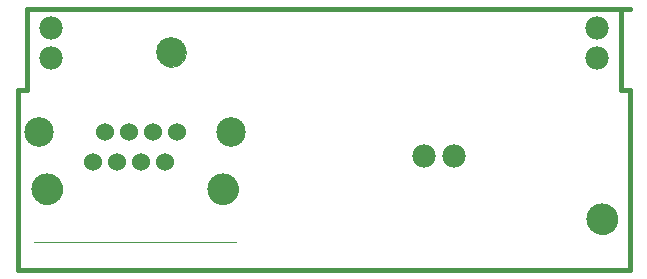
<source format=gbs>
G75*
%MOIN*%
%OFA0B0*%
%FSLAX25Y25*%
%IPPOS*%
%LPD*%
%AMOC8*
5,1,8,0,0,1.08239X$1,22.5*
%
%ADD10C,0.01600*%
%ADD11C,0.00000*%
%ADD12C,0.10400*%
%ADD13C,0.09900*%
%ADD14C,0.06000*%
%ADD15C,0.09849*%
%ADD16C,0.10439*%
%ADD17C,0.07800*%
D10*
X0001800Y0001800D02*
X0205800Y0001800D01*
X0205800Y0061800D01*
X0202800Y0061800D01*
X0202800Y0088800D01*
X0205800Y0088800D01*
X0202800Y0088800D02*
X0004800Y0088800D01*
X0004800Y0061800D01*
X0001800Y0061800D01*
X0001800Y0001800D01*
D11*
X0007209Y0011005D02*
X0074391Y0011005D01*
X0065071Y0028800D02*
X0065073Y0028941D01*
X0065079Y0029083D01*
X0065089Y0029224D01*
X0065103Y0029365D01*
X0065121Y0029505D01*
X0065143Y0029645D01*
X0065168Y0029784D01*
X0065198Y0029922D01*
X0065232Y0030059D01*
X0065269Y0030196D01*
X0065310Y0030331D01*
X0065355Y0030465D01*
X0065404Y0030598D01*
X0065457Y0030729D01*
X0065513Y0030859D01*
X0065573Y0030987D01*
X0065636Y0031114D01*
X0065703Y0031238D01*
X0065773Y0031361D01*
X0065847Y0031481D01*
X0065924Y0031600D01*
X0066005Y0031716D01*
X0066089Y0031830D01*
X0066176Y0031942D01*
X0066266Y0032051D01*
X0066359Y0032157D01*
X0066455Y0032261D01*
X0066554Y0032362D01*
X0066656Y0032460D01*
X0066760Y0032556D01*
X0066867Y0032648D01*
X0066977Y0032737D01*
X0067089Y0032824D01*
X0067204Y0032907D01*
X0067320Y0032986D01*
X0067439Y0033063D01*
X0067561Y0033136D01*
X0067684Y0033205D01*
X0067809Y0033271D01*
X0067936Y0033334D01*
X0068064Y0033393D01*
X0068194Y0033448D01*
X0068326Y0033500D01*
X0068459Y0033547D01*
X0068594Y0033591D01*
X0068729Y0033632D01*
X0068866Y0033668D01*
X0069004Y0033701D01*
X0069142Y0033729D01*
X0069281Y0033754D01*
X0069421Y0033775D01*
X0069562Y0033792D01*
X0069702Y0033805D01*
X0069844Y0033814D01*
X0069985Y0033819D01*
X0070126Y0033820D01*
X0070268Y0033817D01*
X0070409Y0033810D01*
X0070550Y0033799D01*
X0070691Y0033784D01*
X0070831Y0033765D01*
X0070970Y0033742D01*
X0071109Y0033716D01*
X0071247Y0033685D01*
X0071385Y0033650D01*
X0071521Y0033612D01*
X0071656Y0033570D01*
X0071789Y0033524D01*
X0071922Y0033474D01*
X0072053Y0033421D01*
X0072182Y0033364D01*
X0072310Y0033303D01*
X0072436Y0033239D01*
X0072560Y0033171D01*
X0072682Y0033100D01*
X0072802Y0033025D01*
X0072920Y0032947D01*
X0073036Y0032865D01*
X0073149Y0032781D01*
X0073260Y0032693D01*
X0073369Y0032602D01*
X0073474Y0032508D01*
X0073578Y0032412D01*
X0073678Y0032312D01*
X0073775Y0032210D01*
X0073870Y0032104D01*
X0073962Y0031997D01*
X0074050Y0031886D01*
X0074136Y0031774D01*
X0074218Y0031658D01*
X0074297Y0031541D01*
X0074372Y0031421D01*
X0074444Y0031300D01*
X0074513Y0031176D01*
X0074578Y0031051D01*
X0074640Y0030923D01*
X0074698Y0030794D01*
X0074752Y0030664D01*
X0074803Y0030532D01*
X0074850Y0030398D01*
X0074893Y0030264D01*
X0074932Y0030128D01*
X0074968Y0029991D01*
X0074999Y0029853D01*
X0075027Y0029714D01*
X0075051Y0029575D01*
X0075071Y0029435D01*
X0075087Y0029294D01*
X0075099Y0029153D01*
X0075107Y0029012D01*
X0075111Y0028871D01*
X0075111Y0028729D01*
X0075107Y0028588D01*
X0075099Y0028447D01*
X0075087Y0028306D01*
X0075071Y0028165D01*
X0075051Y0028025D01*
X0075027Y0027886D01*
X0074999Y0027747D01*
X0074968Y0027609D01*
X0074932Y0027472D01*
X0074893Y0027336D01*
X0074850Y0027202D01*
X0074803Y0027068D01*
X0074752Y0026936D01*
X0074698Y0026806D01*
X0074640Y0026677D01*
X0074578Y0026549D01*
X0074513Y0026424D01*
X0074444Y0026300D01*
X0074372Y0026179D01*
X0074297Y0026059D01*
X0074218Y0025942D01*
X0074136Y0025826D01*
X0074050Y0025714D01*
X0073962Y0025603D01*
X0073870Y0025496D01*
X0073775Y0025390D01*
X0073678Y0025288D01*
X0073578Y0025188D01*
X0073474Y0025092D01*
X0073369Y0024998D01*
X0073260Y0024907D01*
X0073149Y0024819D01*
X0073036Y0024735D01*
X0072920Y0024653D01*
X0072802Y0024575D01*
X0072682Y0024500D01*
X0072560Y0024429D01*
X0072436Y0024361D01*
X0072310Y0024297D01*
X0072182Y0024236D01*
X0072053Y0024179D01*
X0071922Y0024126D01*
X0071789Y0024076D01*
X0071656Y0024030D01*
X0071521Y0023988D01*
X0071385Y0023950D01*
X0071247Y0023915D01*
X0071109Y0023884D01*
X0070970Y0023858D01*
X0070831Y0023835D01*
X0070691Y0023816D01*
X0070550Y0023801D01*
X0070409Y0023790D01*
X0070268Y0023783D01*
X0070126Y0023780D01*
X0069985Y0023781D01*
X0069844Y0023786D01*
X0069702Y0023795D01*
X0069562Y0023808D01*
X0069421Y0023825D01*
X0069281Y0023846D01*
X0069142Y0023871D01*
X0069004Y0023899D01*
X0068866Y0023932D01*
X0068729Y0023968D01*
X0068594Y0024009D01*
X0068459Y0024053D01*
X0068326Y0024100D01*
X0068194Y0024152D01*
X0068064Y0024207D01*
X0067936Y0024266D01*
X0067809Y0024329D01*
X0067684Y0024395D01*
X0067561Y0024464D01*
X0067439Y0024537D01*
X0067320Y0024614D01*
X0067204Y0024693D01*
X0067089Y0024776D01*
X0066977Y0024863D01*
X0066867Y0024952D01*
X0066760Y0025044D01*
X0066656Y0025140D01*
X0066554Y0025238D01*
X0066455Y0025339D01*
X0066359Y0025443D01*
X0066266Y0025549D01*
X0066176Y0025658D01*
X0066089Y0025770D01*
X0066005Y0025884D01*
X0065924Y0026000D01*
X0065847Y0026119D01*
X0065773Y0026239D01*
X0065703Y0026362D01*
X0065636Y0026486D01*
X0065573Y0026613D01*
X0065513Y0026741D01*
X0065457Y0026871D01*
X0065404Y0027002D01*
X0065355Y0027135D01*
X0065310Y0027269D01*
X0065269Y0027404D01*
X0065232Y0027541D01*
X0065198Y0027678D01*
X0065168Y0027816D01*
X0065143Y0027955D01*
X0065121Y0028095D01*
X0065103Y0028235D01*
X0065089Y0028376D01*
X0065079Y0028517D01*
X0065073Y0028659D01*
X0065071Y0028800D01*
X0006489Y0028800D02*
X0006491Y0028941D01*
X0006497Y0029083D01*
X0006507Y0029224D01*
X0006521Y0029365D01*
X0006539Y0029505D01*
X0006561Y0029645D01*
X0006586Y0029784D01*
X0006616Y0029922D01*
X0006650Y0030059D01*
X0006687Y0030196D01*
X0006728Y0030331D01*
X0006773Y0030465D01*
X0006822Y0030598D01*
X0006875Y0030729D01*
X0006931Y0030859D01*
X0006991Y0030987D01*
X0007054Y0031114D01*
X0007121Y0031238D01*
X0007191Y0031361D01*
X0007265Y0031481D01*
X0007342Y0031600D01*
X0007423Y0031716D01*
X0007507Y0031830D01*
X0007594Y0031942D01*
X0007684Y0032051D01*
X0007777Y0032157D01*
X0007873Y0032261D01*
X0007972Y0032362D01*
X0008074Y0032460D01*
X0008178Y0032556D01*
X0008285Y0032648D01*
X0008395Y0032737D01*
X0008507Y0032824D01*
X0008622Y0032907D01*
X0008738Y0032986D01*
X0008857Y0033063D01*
X0008979Y0033136D01*
X0009102Y0033205D01*
X0009227Y0033271D01*
X0009354Y0033334D01*
X0009482Y0033393D01*
X0009612Y0033448D01*
X0009744Y0033500D01*
X0009877Y0033547D01*
X0010012Y0033591D01*
X0010147Y0033632D01*
X0010284Y0033668D01*
X0010422Y0033701D01*
X0010560Y0033729D01*
X0010699Y0033754D01*
X0010839Y0033775D01*
X0010980Y0033792D01*
X0011120Y0033805D01*
X0011262Y0033814D01*
X0011403Y0033819D01*
X0011544Y0033820D01*
X0011686Y0033817D01*
X0011827Y0033810D01*
X0011968Y0033799D01*
X0012109Y0033784D01*
X0012249Y0033765D01*
X0012388Y0033742D01*
X0012527Y0033716D01*
X0012665Y0033685D01*
X0012803Y0033650D01*
X0012939Y0033612D01*
X0013074Y0033570D01*
X0013207Y0033524D01*
X0013340Y0033474D01*
X0013471Y0033421D01*
X0013600Y0033364D01*
X0013728Y0033303D01*
X0013854Y0033239D01*
X0013978Y0033171D01*
X0014100Y0033100D01*
X0014220Y0033025D01*
X0014338Y0032947D01*
X0014454Y0032865D01*
X0014567Y0032781D01*
X0014678Y0032693D01*
X0014787Y0032602D01*
X0014892Y0032508D01*
X0014996Y0032412D01*
X0015096Y0032312D01*
X0015193Y0032210D01*
X0015288Y0032104D01*
X0015380Y0031997D01*
X0015468Y0031886D01*
X0015554Y0031774D01*
X0015636Y0031658D01*
X0015715Y0031541D01*
X0015790Y0031421D01*
X0015862Y0031300D01*
X0015931Y0031176D01*
X0015996Y0031051D01*
X0016058Y0030923D01*
X0016116Y0030794D01*
X0016170Y0030664D01*
X0016221Y0030532D01*
X0016268Y0030398D01*
X0016311Y0030264D01*
X0016350Y0030128D01*
X0016386Y0029991D01*
X0016417Y0029853D01*
X0016445Y0029714D01*
X0016469Y0029575D01*
X0016489Y0029435D01*
X0016505Y0029294D01*
X0016517Y0029153D01*
X0016525Y0029012D01*
X0016529Y0028871D01*
X0016529Y0028729D01*
X0016525Y0028588D01*
X0016517Y0028447D01*
X0016505Y0028306D01*
X0016489Y0028165D01*
X0016469Y0028025D01*
X0016445Y0027886D01*
X0016417Y0027747D01*
X0016386Y0027609D01*
X0016350Y0027472D01*
X0016311Y0027336D01*
X0016268Y0027202D01*
X0016221Y0027068D01*
X0016170Y0026936D01*
X0016116Y0026806D01*
X0016058Y0026677D01*
X0015996Y0026549D01*
X0015931Y0026424D01*
X0015862Y0026300D01*
X0015790Y0026179D01*
X0015715Y0026059D01*
X0015636Y0025942D01*
X0015554Y0025826D01*
X0015468Y0025714D01*
X0015380Y0025603D01*
X0015288Y0025496D01*
X0015193Y0025390D01*
X0015096Y0025288D01*
X0014996Y0025188D01*
X0014892Y0025092D01*
X0014787Y0024998D01*
X0014678Y0024907D01*
X0014567Y0024819D01*
X0014454Y0024735D01*
X0014338Y0024653D01*
X0014220Y0024575D01*
X0014100Y0024500D01*
X0013978Y0024429D01*
X0013854Y0024361D01*
X0013728Y0024297D01*
X0013600Y0024236D01*
X0013471Y0024179D01*
X0013340Y0024126D01*
X0013207Y0024076D01*
X0013074Y0024030D01*
X0012939Y0023988D01*
X0012803Y0023950D01*
X0012665Y0023915D01*
X0012527Y0023884D01*
X0012388Y0023858D01*
X0012249Y0023835D01*
X0012109Y0023816D01*
X0011968Y0023801D01*
X0011827Y0023790D01*
X0011686Y0023783D01*
X0011544Y0023780D01*
X0011403Y0023781D01*
X0011262Y0023786D01*
X0011120Y0023795D01*
X0010980Y0023808D01*
X0010839Y0023825D01*
X0010699Y0023846D01*
X0010560Y0023871D01*
X0010422Y0023899D01*
X0010284Y0023932D01*
X0010147Y0023968D01*
X0010012Y0024009D01*
X0009877Y0024053D01*
X0009744Y0024100D01*
X0009612Y0024152D01*
X0009482Y0024207D01*
X0009354Y0024266D01*
X0009227Y0024329D01*
X0009102Y0024395D01*
X0008979Y0024464D01*
X0008857Y0024537D01*
X0008738Y0024614D01*
X0008622Y0024693D01*
X0008507Y0024776D01*
X0008395Y0024863D01*
X0008285Y0024952D01*
X0008178Y0025044D01*
X0008074Y0025140D01*
X0007972Y0025238D01*
X0007873Y0025339D01*
X0007777Y0025443D01*
X0007684Y0025549D01*
X0007594Y0025658D01*
X0007507Y0025770D01*
X0007423Y0025884D01*
X0007342Y0026000D01*
X0007265Y0026119D01*
X0007191Y0026239D01*
X0007121Y0026362D01*
X0007054Y0026486D01*
X0006991Y0026613D01*
X0006931Y0026741D01*
X0006875Y0026871D01*
X0006822Y0027002D01*
X0006773Y0027135D01*
X0006728Y0027269D01*
X0006687Y0027404D01*
X0006650Y0027541D01*
X0006616Y0027678D01*
X0006586Y0027816D01*
X0006561Y0027955D01*
X0006539Y0028095D01*
X0006521Y0028235D01*
X0006507Y0028376D01*
X0006497Y0028517D01*
X0006491Y0028659D01*
X0006489Y0028800D01*
X0048250Y0074300D02*
X0048252Y0074438D01*
X0048258Y0074575D01*
X0048268Y0074712D01*
X0048282Y0074849D01*
X0048300Y0074985D01*
X0048322Y0075121D01*
X0048347Y0075256D01*
X0048377Y0075390D01*
X0048410Y0075524D01*
X0048448Y0075656D01*
X0048489Y0075787D01*
X0048534Y0075917D01*
X0048583Y0076046D01*
X0048635Y0076173D01*
X0048691Y0076299D01*
X0048751Y0076423D01*
X0048814Y0076545D01*
X0048881Y0076665D01*
X0048951Y0076783D01*
X0049024Y0076900D01*
X0049101Y0077014D01*
X0049182Y0077125D01*
X0049265Y0077235D01*
X0049351Y0077342D01*
X0049441Y0077446D01*
X0049534Y0077548D01*
X0049629Y0077647D01*
X0049727Y0077743D01*
X0049828Y0077836D01*
X0049932Y0077926D01*
X0050038Y0078014D01*
X0050147Y0078098D01*
X0050258Y0078179D01*
X0050372Y0078257D01*
X0050487Y0078331D01*
X0050605Y0078402D01*
X0050725Y0078470D01*
X0050847Y0078534D01*
X0050970Y0078594D01*
X0051095Y0078651D01*
X0051222Y0078705D01*
X0051350Y0078754D01*
X0051480Y0078800D01*
X0051611Y0078842D01*
X0051743Y0078881D01*
X0051876Y0078915D01*
X0052010Y0078946D01*
X0052145Y0078972D01*
X0052281Y0078995D01*
X0052417Y0079014D01*
X0052554Y0079029D01*
X0052691Y0079040D01*
X0052828Y0079047D01*
X0052966Y0079050D01*
X0053103Y0079049D01*
X0053241Y0079044D01*
X0053378Y0079035D01*
X0053515Y0079022D01*
X0053651Y0079005D01*
X0053787Y0078984D01*
X0053922Y0078960D01*
X0054057Y0078931D01*
X0054191Y0078898D01*
X0054323Y0078862D01*
X0054455Y0078822D01*
X0054585Y0078778D01*
X0054714Y0078730D01*
X0054842Y0078678D01*
X0054968Y0078623D01*
X0055092Y0078565D01*
X0055214Y0078502D01*
X0055335Y0078436D01*
X0055454Y0078367D01*
X0055571Y0078294D01*
X0055685Y0078218D01*
X0055798Y0078139D01*
X0055908Y0078056D01*
X0056015Y0077970D01*
X0056120Y0077882D01*
X0056222Y0077790D01*
X0056322Y0077695D01*
X0056419Y0077597D01*
X0056513Y0077497D01*
X0056604Y0077394D01*
X0056692Y0077288D01*
X0056777Y0077180D01*
X0056859Y0077070D01*
X0056938Y0076957D01*
X0057013Y0076842D01*
X0057085Y0076724D01*
X0057153Y0076605D01*
X0057218Y0076484D01*
X0057280Y0076361D01*
X0057337Y0076236D01*
X0057392Y0076110D01*
X0057442Y0075982D01*
X0057489Y0075853D01*
X0057532Y0075722D01*
X0057571Y0075590D01*
X0057607Y0075457D01*
X0057638Y0075323D01*
X0057666Y0075189D01*
X0057690Y0075053D01*
X0057710Y0074917D01*
X0057726Y0074781D01*
X0057738Y0074644D01*
X0057746Y0074506D01*
X0057750Y0074369D01*
X0057750Y0074231D01*
X0057746Y0074094D01*
X0057738Y0073956D01*
X0057726Y0073819D01*
X0057710Y0073683D01*
X0057690Y0073547D01*
X0057666Y0073411D01*
X0057638Y0073277D01*
X0057607Y0073143D01*
X0057571Y0073010D01*
X0057532Y0072878D01*
X0057489Y0072747D01*
X0057442Y0072618D01*
X0057392Y0072490D01*
X0057337Y0072364D01*
X0057280Y0072239D01*
X0057218Y0072116D01*
X0057153Y0071995D01*
X0057085Y0071876D01*
X0057013Y0071758D01*
X0056938Y0071643D01*
X0056859Y0071530D01*
X0056777Y0071420D01*
X0056692Y0071312D01*
X0056604Y0071206D01*
X0056513Y0071103D01*
X0056419Y0071003D01*
X0056322Y0070905D01*
X0056222Y0070810D01*
X0056120Y0070718D01*
X0056015Y0070630D01*
X0055908Y0070544D01*
X0055798Y0070461D01*
X0055685Y0070382D01*
X0055571Y0070306D01*
X0055454Y0070233D01*
X0055335Y0070164D01*
X0055214Y0070098D01*
X0055092Y0070035D01*
X0054968Y0069977D01*
X0054842Y0069922D01*
X0054714Y0069870D01*
X0054585Y0069822D01*
X0054455Y0069778D01*
X0054323Y0069738D01*
X0054191Y0069702D01*
X0054057Y0069669D01*
X0053922Y0069640D01*
X0053787Y0069616D01*
X0053651Y0069595D01*
X0053515Y0069578D01*
X0053378Y0069565D01*
X0053241Y0069556D01*
X0053103Y0069551D01*
X0052966Y0069550D01*
X0052828Y0069553D01*
X0052691Y0069560D01*
X0052554Y0069571D01*
X0052417Y0069586D01*
X0052281Y0069605D01*
X0052145Y0069628D01*
X0052010Y0069654D01*
X0051876Y0069685D01*
X0051743Y0069719D01*
X0051611Y0069758D01*
X0051480Y0069800D01*
X0051350Y0069846D01*
X0051222Y0069895D01*
X0051095Y0069949D01*
X0050970Y0070006D01*
X0050847Y0070066D01*
X0050725Y0070130D01*
X0050605Y0070198D01*
X0050487Y0070269D01*
X0050372Y0070343D01*
X0050258Y0070421D01*
X0050147Y0070502D01*
X0050038Y0070586D01*
X0049932Y0070674D01*
X0049828Y0070764D01*
X0049727Y0070857D01*
X0049629Y0070953D01*
X0049534Y0071052D01*
X0049441Y0071154D01*
X0049351Y0071258D01*
X0049265Y0071365D01*
X0049182Y0071475D01*
X0049101Y0071586D01*
X0049024Y0071700D01*
X0048951Y0071817D01*
X0048881Y0071935D01*
X0048814Y0072055D01*
X0048751Y0072177D01*
X0048691Y0072301D01*
X0048635Y0072427D01*
X0048583Y0072554D01*
X0048534Y0072683D01*
X0048489Y0072813D01*
X0048448Y0072944D01*
X0048410Y0073076D01*
X0048377Y0073210D01*
X0048347Y0073344D01*
X0048322Y0073479D01*
X0048300Y0073615D01*
X0048282Y0073751D01*
X0048268Y0073888D01*
X0048258Y0074025D01*
X0048252Y0074162D01*
X0048250Y0074300D01*
X0191600Y0018800D02*
X0191602Y0018941D01*
X0191608Y0019082D01*
X0191618Y0019222D01*
X0191632Y0019362D01*
X0191650Y0019502D01*
X0191671Y0019641D01*
X0191697Y0019780D01*
X0191726Y0019918D01*
X0191760Y0020054D01*
X0191797Y0020190D01*
X0191838Y0020325D01*
X0191883Y0020459D01*
X0191932Y0020591D01*
X0191984Y0020722D01*
X0192040Y0020851D01*
X0192100Y0020978D01*
X0192163Y0021104D01*
X0192229Y0021228D01*
X0192300Y0021351D01*
X0192373Y0021471D01*
X0192450Y0021589D01*
X0192530Y0021705D01*
X0192614Y0021818D01*
X0192700Y0021929D01*
X0192790Y0022038D01*
X0192883Y0022144D01*
X0192978Y0022247D01*
X0193077Y0022348D01*
X0193178Y0022446D01*
X0193282Y0022541D01*
X0193389Y0022633D01*
X0193498Y0022722D01*
X0193610Y0022807D01*
X0193724Y0022890D01*
X0193840Y0022970D01*
X0193959Y0023046D01*
X0194080Y0023118D01*
X0194202Y0023188D01*
X0194327Y0023253D01*
X0194453Y0023316D01*
X0194581Y0023374D01*
X0194711Y0023429D01*
X0194842Y0023481D01*
X0194975Y0023528D01*
X0195109Y0023572D01*
X0195244Y0023613D01*
X0195380Y0023649D01*
X0195517Y0023681D01*
X0195655Y0023710D01*
X0195793Y0023735D01*
X0195933Y0023755D01*
X0196073Y0023772D01*
X0196213Y0023785D01*
X0196354Y0023794D01*
X0196494Y0023799D01*
X0196635Y0023800D01*
X0196776Y0023797D01*
X0196917Y0023790D01*
X0197057Y0023779D01*
X0197197Y0023764D01*
X0197337Y0023745D01*
X0197476Y0023723D01*
X0197614Y0023696D01*
X0197752Y0023666D01*
X0197888Y0023631D01*
X0198024Y0023593D01*
X0198158Y0023551D01*
X0198292Y0023505D01*
X0198424Y0023456D01*
X0198554Y0023402D01*
X0198683Y0023345D01*
X0198810Y0023285D01*
X0198936Y0023221D01*
X0199059Y0023153D01*
X0199181Y0023082D01*
X0199301Y0023008D01*
X0199418Y0022930D01*
X0199533Y0022849D01*
X0199646Y0022765D01*
X0199757Y0022678D01*
X0199865Y0022587D01*
X0199970Y0022494D01*
X0200073Y0022397D01*
X0200173Y0022298D01*
X0200270Y0022196D01*
X0200364Y0022091D01*
X0200455Y0021984D01*
X0200543Y0021874D01*
X0200628Y0021762D01*
X0200710Y0021647D01*
X0200789Y0021530D01*
X0200864Y0021411D01*
X0200936Y0021290D01*
X0201004Y0021167D01*
X0201069Y0021042D01*
X0201131Y0020915D01*
X0201188Y0020786D01*
X0201243Y0020656D01*
X0201293Y0020525D01*
X0201340Y0020392D01*
X0201383Y0020258D01*
X0201422Y0020122D01*
X0201457Y0019986D01*
X0201489Y0019849D01*
X0201516Y0019711D01*
X0201540Y0019572D01*
X0201560Y0019432D01*
X0201576Y0019292D01*
X0201588Y0019152D01*
X0201596Y0019011D01*
X0201600Y0018870D01*
X0201600Y0018730D01*
X0201596Y0018589D01*
X0201588Y0018448D01*
X0201576Y0018308D01*
X0201560Y0018168D01*
X0201540Y0018028D01*
X0201516Y0017889D01*
X0201489Y0017751D01*
X0201457Y0017614D01*
X0201422Y0017478D01*
X0201383Y0017342D01*
X0201340Y0017208D01*
X0201293Y0017075D01*
X0201243Y0016944D01*
X0201188Y0016814D01*
X0201131Y0016685D01*
X0201069Y0016558D01*
X0201004Y0016433D01*
X0200936Y0016310D01*
X0200864Y0016189D01*
X0200789Y0016070D01*
X0200710Y0015953D01*
X0200628Y0015838D01*
X0200543Y0015726D01*
X0200455Y0015616D01*
X0200364Y0015509D01*
X0200270Y0015404D01*
X0200173Y0015302D01*
X0200073Y0015203D01*
X0199970Y0015106D01*
X0199865Y0015013D01*
X0199757Y0014922D01*
X0199646Y0014835D01*
X0199533Y0014751D01*
X0199418Y0014670D01*
X0199301Y0014592D01*
X0199181Y0014518D01*
X0199059Y0014447D01*
X0198936Y0014379D01*
X0198810Y0014315D01*
X0198683Y0014255D01*
X0198554Y0014198D01*
X0198424Y0014144D01*
X0198292Y0014095D01*
X0198158Y0014049D01*
X0198024Y0014007D01*
X0197888Y0013969D01*
X0197752Y0013934D01*
X0197614Y0013904D01*
X0197476Y0013877D01*
X0197337Y0013855D01*
X0197197Y0013836D01*
X0197057Y0013821D01*
X0196917Y0013810D01*
X0196776Y0013803D01*
X0196635Y0013800D01*
X0196494Y0013801D01*
X0196354Y0013806D01*
X0196213Y0013815D01*
X0196073Y0013828D01*
X0195933Y0013845D01*
X0195793Y0013865D01*
X0195655Y0013890D01*
X0195517Y0013919D01*
X0195380Y0013951D01*
X0195244Y0013987D01*
X0195109Y0014028D01*
X0194975Y0014072D01*
X0194842Y0014119D01*
X0194711Y0014171D01*
X0194581Y0014226D01*
X0194453Y0014284D01*
X0194327Y0014347D01*
X0194202Y0014412D01*
X0194080Y0014482D01*
X0193959Y0014554D01*
X0193840Y0014630D01*
X0193724Y0014710D01*
X0193610Y0014793D01*
X0193498Y0014878D01*
X0193389Y0014967D01*
X0193282Y0015059D01*
X0193178Y0015154D01*
X0193077Y0015252D01*
X0192978Y0015353D01*
X0192883Y0015456D01*
X0192790Y0015562D01*
X0192700Y0015671D01*
X0192614Y0015782D01*
X0192530Y0015895D01*
X0192450Y0016011D01*
X0192373Y0016129D01*
X0192300Y0016249D01*
X0192229Y0016372D01*
X0192163Y0016496D01*
X0192100Y0016622D01*
X0192040Y0016749D01*
X0191984Y0016878D01*
X0191932Y0017009D01*
X0191883Y0017141D01*
X0191838Y0017275D01*
X0191797Y0017410D01*
X0191760Y0017546D01*
X0191726Y0017682D01*
X0191697Y0017820D01*
X0191671Y0017959D01*
X0191650Y0018098D01*
X0191632Y0018238D01*
X0191618Y0018378D01*
X0191608Y0018518D01*
X0191602Y0018659D01*
X0191600Y0018800D01*
D12*
X0196600Y0018800D03*
D13*
X0053000Y0074300D03*
D14*
X0054855Y0047855D03*
X0046824Y0047855D03*
X0038792Y0047855D03*
X0030761Y0047855D03*
X0034776Y0037855D03*
X0026745Y0037855D03*
X0042808Y0037855D03*
X0050839Y0037855D03*
D15*
X0072788Y0047855D03*
X0008812Y0047855D03*
D16*
X0011509Y0028800D03*
X0070091Y0028800D03*
D17*
X0137300Y0039800D03*
X0147300Y0039800D03*
X0194800Y0072300D03*
X0194800Y0082300D03*
X0012800Y0082300D03*
X0012800Y0072300D03*
M02*

</source>
